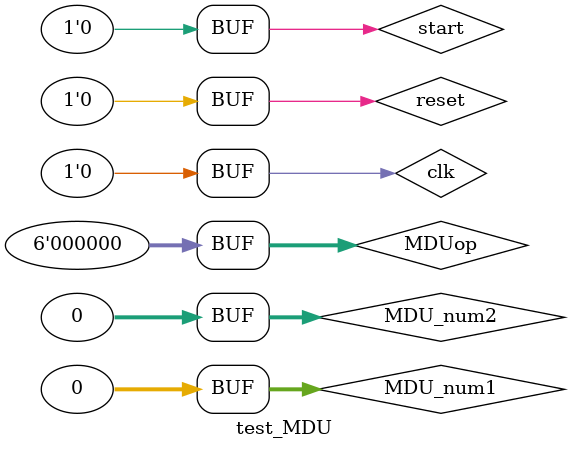
<source format=v>
`timescale 1ns / 1ps


module test_MDU;

	// Inputs
	reg clk;
	reg reset;
	reg [31:0] MDU_num1;
	reg [31:0] MDU_num2;
	reg start;
	reg [5:0] MDUop;

	// Outputs
	wire busy;
	wire [31:0] HI;
	wire [31:0] LO;

	// Instantiate the Unit Under Test (UUT)
	MDU uut (
		.clk(clk), 
		.reset(reset), 
		.MDU_num1(MDU_num1), 
		.MDU_num2(MDU_num2), 
		.start(start), 
		.MDUop(MDUop), 
		.busy(busy), 
		.HI(HI), 
		.LO(LO)
	);

	initial begin
		// Initialize Inputs
		clk = 0;
		reset = 0;
		MDU_num1 = 0;
		MDU_num2 = 0;
		start = 0;
		MDUop = 0;

		// Wait 100 ns for global reset to finish
		#100;
        
		// Add stimulus here

	end
      
endmodule


</source>
